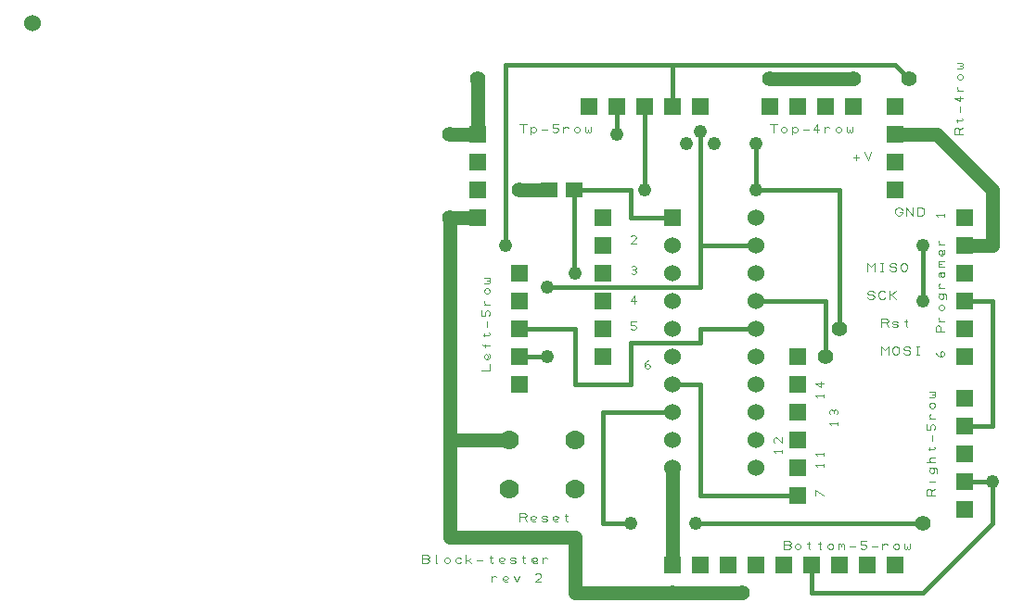
<source format=gbr>
%FSLAX23Y23*%
%MOIN*%
G04 EasyPC Gerber Version 18.0.1 Build 3581 *
%ADD14R,0.06000X0.06000*%
%ADD12R,0.06000X0.06000*%
%ADD11C,0.00100*%
%ADD70C,0.01500*%
%ADD19C,0.04800*%
%ADD18C,0.05000*%
%ADD17C,0.05600*%
%ADD10C,0.06000*%
%ADD13C,0.06000*%
%ADD15R,0.06000X0.05500*%
%ADD16C,0.07000*%
X0Y0D02*
D02*
D10*
X30Y2203D03*
D02*
D11*
X1447Y275D02*
X1452Y272D01*
X1455Y267*
X1452Y262*
X1447Y260*
X1430*
Y289*
X1447*
X1452Y287*
X1455Y282*
X1452Y277*
X1447Y275*
X1430*
X1482Y260D02*
X1479D01*
Y289*
X1509Y267D02*
X1511Y262D01*
X1516Y260*
X1521*
X1526Y262*
X1528Y267*
Y272*
X1526Y277*
X1521Y280*
X1516*
X1511Y277*
X1509Y272*
Y267*
X1568Y277D02*
X1563Y280D01*
X1555*
X1551Y277*
X1548Y272*
Y267*
X1551Y262*
X1555Y260*
X1563*
X1568Y262*
X1587Y260D02*
Y289D01*
Y270D02*
X1595D01*
X1607Y280*
X1595Y270D02*
X1607Y260D01*
X1627Y270D02*
X1647D01*
X1671Y280D02*
X1681D01*
X1676Y284D02*
Y262D01*
X1679Y260*
X1681*
X1683Y262*
X1725D02*
X1723Y260D01*
X1718*
X1713*
X1708Y262*
X1706Y267*
Y275*
X1708Y277*
X1713Y280*
X1718*
X1723Y277*
X1725Y275*
Y272*
X1723Y270*
X1718Y267*
X1713*
X1708Y270*
X1706Y272*
X1745Y262D02*
X1750Y260D01*
X1760*
X1765Y262*
Y267*
X1760Y270*
X1750*
X1745Y272*
Y277*
X1750Y280*
X1760*
X1765Y277*
X1789Y280D02*
X1799D01*
X1794Y284D02*
Y262D01*
X1797Y260*
X1799*
X1802Y262*
X1843D02*
X1841Y260D01*
X1836*
X1831*
X1826Y262*
X1824Y267*
Y275*
X1826Y277*
X1831Y280*
X1836*
X1841Y277*
X1843Y275*
Y272*
X1841Y270*
X1836Y267*
X1831*
X1826Y270*
X1824Y272*
X1863Y260D02*
Y280D01*
Y272D02*
X1866Y277D01*
X1870Y280*
X1875*
X1880Y277*
X1680Y193D02*
Y212D01*
Y205D02*
X1682Y210D01*
X1687Y212*
X1692*
X1697Y210*
X1739Y195D02*
X1737Y193D01*
X1732*
X1727*
X1722Y195*
X1719Y200*
Y207*
X1722Y210*
X1727Y212*
X1732*
X1737Y210*
X1739Y207*
Y205*
X1737Y202*
X1732Y200*
X1727*
X1722Y202*
X1719Y205*
X1759Y212D02*
X1769Y193D01*
X1778Y212*
X1857Y193D02*
X1837D01*
X1855Y210*
X1857Y215*
X1855Y220*
X1850Y222*
X1842*
X1837Y220*
X1643Y953D02*
X1673D01*
Y977*
X1670Y1012D02*
X1673Y1009D01*
Y1004*
Y999*
X1670Y994*
X1665Y992*
X1658*
X1655Y994*
X1653Y999*
Y1004*
X1655Y1009*
X1658Y1012*
X1660*
X1663Y1009*
X1665Y1004*
Y999*
X1663Y994*
X1660Y992*
X1673Y1041D02*
X1648D01*
X1646Y1044*
Y1046*
X1648Y1048*
X1655Y1036D02*
Y1046D01*
X1653Y1076D02*
Y1085D01*
X1648Y1080D02*
X1670D01*
X1673Y1083*
Y1085*
X1670Y1088*
X1663Y1110D02*
Y1130D01*
X1670Y1149D02*
X1673Y1154D01*
Y1162*
X1670Y1167*
X1665Y1169*
X1663*
X1658Y1167*
X1655Y1162*
Y1149*
X1643*
Y1169*
X1673Y1189D02*
X1653D01*
X1660D02*
X1655Y1191D01*
X1653Y1196*
Y1201*
X1655Y1206*
X1665Y1228D02*
X1670Y1231D01*
X1673Y1235*
Y1240*
X1670Y1245*
X1665Y1248*
X1660*
X1655Y1245*
X1653Y1240*
Y1235*
X1655Y1231*
X1660Y1228*
X1665*
X1653Y1267D02*
X1670D01*
X1673Y1270*
Y1275*
X1670Y1277*
X1663*
X1670D02*
X1673Y1280D01*
Y1285*
X1670Y1287*
X1653*
X1780Y410D02*
Y439D01*
X1797*
X1802Y437*
X1805Y432*
X1802Y427*
X1797Y425*
X1780*
X1797D02*
X1805Y410D01*
X1839Y412D02*
X1837Y410D01*
X1832*
X1827*
X1822Y412*
X1819Y417*
Y425*
X1822Y427*
X1827Y430*
X1832*
X1837Y427*
X1839Y425*
Y422*
X1837Y420*
X1832Y417*
X1827*
X1822Y420*
X1819Y422*
X1859Y412D02*
X1864Y410D01*
X1874*
X1878Y412*
Y417*
X1874Y420*
X1864*
X1859Y422*
Y427*
X1864Y430*
X1874*
X1878Y427*
X1918Y412D02*
X1915Y410D01*
X1910*
X1905*
X1901Y412*
X1898Y417*
Y425*
X1901Y427*
X1905Y430*
X1910*
X1915Y427*
X1918Y425*
Y422*
X1915Y420*
X1910Y417*
X1905*
X1901Y420*
X1898Y422*
X1942Y430D02*
X1952D01*
X1947Y434D02*
Y412D01*
X1950Y410*
X1952*
X1955Y412*
X1792Y1810D02*
Y1839D01*
X1780D02*
X1805D01*
X1819Y1830D02*
Y1803D01*
Y1817D02*
X1822Y1812D01*
X1827Y1810*
X1832*
X1837Y1812*
X1839Y1817*
Y1822*
X1837Y1827*
X1832Y1830*
X1827*
X1822Y1827*
X1819Y1822*
Y1817*
X1859Y1820D02*
X1878D01*
X1898Y1812D02*
X1903Y1810D01*
X1910*
X1915Y1812*
X1918Y1817*
Y1820*
X1915Y1825*
X1910Y1827*
X1898*
Y1839*
X1918*
X1937Y1810D02*
Y1830D01*
Y1822D02*
X1940Y1827D01*
X1945Y1830*
X1950*
X1955Y1827*
X1977Y1817D02*
X1979Y1812D01*
X1984Y1810*
X1989*
X1994Y1812*
X1997Y1817*
Y1822*
X1994Y1827*
X1989Y1830*
X1984*
X1979Y1827*
X1977Y1822*
Y1817*
X2016Y1830D02*
Y1812D01*
X2019Y1810*
X2024*
X2026Y1812*
Y1820*
Y1812D02*
X2029Y1810D01*
X2033*
X2036Y1812*
Y1830*
X2180Y1101D02*
X2185Y1098D01*
X2192*
X2197Y1101*
X2200Y1105*
Y1108*
X2197Y1113*
X2192Y1115*
X2180*
Y1128*
X2200*
X2192Y1193D02*
Y1222D01*
X2180Y1202*
X2200*
X2182Y1301D02*
X2187Y1299D01*
X2192*
X2197Y1301*
X2200Y1306*
X2197Y1311*
X2192Y1314*
X2187*
X2192D02*
X2197Y1316D01*
X2200Y1321*
X2197Y1326*
X2192Y1328*
X2187*
X2182Y1326*
X2200Y1410D02*
X2180D01*
X2197Y1427*
X2200Y1432*
X2197Y1437*
X2192Y1439*
X2185*
X2180Y1437*
X2230Y967D02*
X2232Y972D01*
X2237Y975*
X2242*
X2247Y972*
X2250Y967*
X2247Y962*
X2242Y960*
X2237*
X2232Y962*
X2230Y967*
Y975*
X2232Y982*
X2237Y987*
X2242Y989*
X2692Y1810D02*
Y1839D01*
X2680D02*
X2705D01*
X2719Y1817D02*
X2722Y1812D01*
X2727Y1810*
X2732*
X2737Y1812*
X2739Y1817*
Y1822*
X2737Y1827*
X2732Y1830*
X2727*
X2722Y1827*
X2719Y1822*
Y1817*
X2759Y1830D02*
Y1803D01*
Y1817D02*
X2761Y1812D01*
X2766Y1810*
X2771*
X2776Y1812*
X2778Y1817*
Y1822*
X2776Y1827*
X2771Y1830*
X2766*
X2761Y1827*
X2759Y1822*
Y1817*
X2798Y1820D02*
X2818D01*
X2850Y1810D02*
Y1839D01*
X2837Y1820*
X2857*
X2877Y1810D02*
Y1830D01*
Y1822D02*
X2879Y1827D01*
X2884Y1830*
X2889*
X2894Y1827*
X2916Y1817D02*
X2919Y1812D01*
X2924Y1810*
X2929*
X2933Y1812*
X2936Y1817*
Y1822*
X2933Y1827*
X2929Y1830*
X2924*
X2919Y1827*
X2916Y1822*
Y1817*
X2956Y1830D02*
Y1812D01*
X2958Y1810*
X2963*
X2965Y1812*
Y1820*
Y1812D02*
X2968Y1810D01*
X2973*
X2975Y1812*
Y1830*
X2747Y325D02*
X2752Y322D01*
X2755Y317*
X2752Y312*
X2747Y310*
X2730*
Y339*
X2747*
X2752Y337*
X2755Y332*
X2752Y327*
X2747Y325*
X2730*
X2769Y317D02*
X2772Y312D01*
X2777Y310*
X2782*
X2787Y312*
X2789Y317*
Y322*
X2787Y327*
X2782Y330*
X2777*
X2772Y327*
X2769Y322*
Y317*
X2814Y330D02*
X2824D01*
X2819Y334D02*
Y312D01*
X2821Y310*
X2824*
X2826Y312*
X2853Y330D02*
X2863D01*
X2858Y334D02*
Y312D01*
X2860Y310*
X2863*
X2865Y312*
X2887Y317D02*
X2890Y312D01*
X2895Y310*
X2900*
X2905Y312*
X2907Y317*
Y322*
X2905Y327*
X2900Y330*
X2895*
X2890Y327*
X2887Y322*
Y317*
X2927Y310D02*
Y330D01*
Y327D02*
X2929Y330D01*
X2934*
X2937Y327*
Y320*
Y327D02*
X2939Y330D01*
X2944*
X2947Y327*
Y310*
X2966Y320D02*
X2986D01*
X3006Y312D02*
X3011Y310D01*
X3018*
X3023Y312*
X3025Y317*
Y320*
X3023Y325*
X3018Y327*
X3006*
Y339*
X3025*
X3045Y320D02*
X3065D01*
X3084Y310D02*
Y330D01*
Y322D02*
X3087Y327D01*
X3092Y330*
X3097*
X3102Y327*
X3124Y317D02*
X3126Y312D01*
X3131Y310*
X3136*
X3141Y312*
X3143Y317*
Y322*
X3141Y327*
X3136Y330*
X3131*
X3126Y327*
X3124Y322*
Y317*
X3163Y330D02*
Y312D01*
X3166Y310*
X3170*
X3173Y312*
Y320*
Y312D02*
X3175Y310D01*
X3180*
X3183Y312*
Y330*
X2723Y657D02*
Y667D01*
Y662D02*
X2693D01*
X2698Y657*
X2723Y712D02*
Y692D01*
X2705Y709*
X2700Y712*
X2696Y709*
X2693Y704*
Y697*
X2696Y692*
X2873Y502D02*
X2843Y522D01*
Y502*
X2873Y607D02*
Y617D01*
Y612D02*
X2843D01*
X2848Y607*
X2873Y647D02*
Y657D01*
Y652D02*
X2843D01*
X2848Y647*
X2873Y857D02*
Y867D01*
Y862D02*
X2843D01*
X2848Y857*
X2873Y904D02*
X2843D01*
X2863Y892*
Y912*
X2923Y757D02*
Y767D01*
Y762D02*
X2893D01*
X2898Y757*
X2920Y794D02*
X2923Y799D01*
Y804*
X2920Y809*
X2915Y812*
X2910Y809*
X2908Y804*
Y799*
Y804D02*
X2905Y809D01*
X2900Y812*
X2896Y809*
X2893Y804*
Y799*
X2896Y794*
X2980Y1720D02*
X3000D01*
X2990Y1710D02*
Y1730D01*
X3019Y1739D02*
X3032Y1710D01*
X3044Y1739*
X3030Y1217D02*
X3032Y1212D01*
X3037Y1210*
X3047*
X3052Y1212*
X3055Y1217*
X3052Y1222*
X3047Y1225*
X3037*
X3032Y1227*
X3030Y1232*
X3032Y1237*
X3037Y1239*
X3047*
X3052Y1237*
X3055Y1232*
X3094Y1215D02*
X3092Y1212D01*
X3087Y1210*
X3079*
X3074Y1212*
X3072Y1215*
X3069Y1220*
Y1230*
X3072Y1234*
X3074Y1237*
X3079Y1239*
X3087*
X3092Y1237*
X3094Y1234*
X3109Y1210D02*
Y1239D01*
Y1225D02*
X3116D01*
X3133Y1239*
X3116Y1225D02*
X3133Y1210D01*
X3030Y1310D02*
Y1339D01*
X3042Y1325*
X3055Y1339*
Y1310*
X3077D02*
X3087D01*
X3082D02*
Y1339D01*
X3077D02*
X3087D01*
X3109Y1317D02*
X3111Y1312D01*
X3116Y1310*
X3126*
X3131Y1312*
X3133Y1317*
X3131Y1322*
X3126Y1325*
X3116*
X3111Y1327*
X3109Y1332*
X3111Y1337*
X3116Y1339*
X3126*
X3131Y1337*
X3133Y1332*
X3148Y1320D02*
Y1330D01*
X3151Y1334*
X3153Y1337*
X3158Y1339*
X3163*
X3168Y1337*
X3170Y1334*
X3173Y1330*
Y1320*
X3170Y1315*
X3168Y1312*
X3163Y1310*
X3158*
X3153Y1312*
X3151Y1315*
X3148Y1320*
X3080Y1010D02*
Y1039D01*
X3092Y1025*
X3105Y1039*
Y1010*
X3119Y1020D02*
Y1030D01*
X3122Y1034*
X3124Y1037*
X3129Y1039*
X3134*
X3139Y1037*
X3142Y1034*
X3144Y1030*
Y1020*
X3142Y1015*
X3139Y1012*
X3134Y1010*
X3129*
X3124Y1012*
X3122Y1015*
X3119Y1020*
X3159Y1017D02*
X3161Y1012D01*
X3166Y1010*
X3176*
X3181Y1012*
X3183Y1017*
X3181Y1022*
X3176Y1025*
X3166*
X3161Y1027*
X3159Y1032*
X3161Y1037*
X3166Y1039*
X3176*
X3181Y1037*
X3183Y1032*
X3205Y1010D02*
X3215D01*
X3210D02*
Y1039D01*
X3205D02*
X3215D01*
X3080Y1110D02*
Y1139D01*
X3097*
X3102Y1137*
X3105Y1132*
X3102Y1127*
X3097Y1125*
X3080*
X3097D02*
X3105Y1110D01*
X3119Y1112D02*
X3124Y1110D01*
X3134*
X3139Y1112*
Y1117*
X3134Y1120*
X3124*
X3119Y1122*
Y1127*
X3124Y1130*
X3134*
X3139Y1127*
X3164Y1130D02*
X3174D01*
X3169Y1134D02*
Y1112D01*
X3171Y1110*
X3174*
X3176Y1112*
X3147Y1522D02*
X3155D01*
Y1520*
X3152Y1515*
X3150Y1512*
X3145Y1510*
X3140*
X3135Y1512*
X3132Y1515*
X3130Y1520*
Y1530*
X3132Y1534*
X3135Y1537*
X3140Y1539*
X3145*
X3150Y1537*
X3152Y1534*
X3155Y1530*
X3169Y1510D02*
Y1539D01*
X3194Y1510*
Y1539*
X3209Y1510D02*
Y1539D01*
X3224*
X3228Y1537*
X3231Y1534*
X3233Y1530*
Y1520*
X3231Y1515*
X3228Y1512*
X3224Y1510*
X3209*
X3273Y502D02*
X3243D01*
Y520*
X3246Y525*
X3250Y527*
X3255Y525*
X3258Y520*
Y502*
Y520D02*
X3273Y527D01*
Y552D02*
X3253D01*
X3246D02*
X3260Y601*
X3255Y598D01*
X3253Y594*
Y589*
X3255Y584*
X3260Y581*
X3263*
X3268Y584*
X3270Y589*
Y594*
X3268Y598*
X3263Y601*
X3253D02*
X3273D01*
X3278Y598*
X3280Y594*
Y586*
X3278Y581*
X3273Y621D02*
X3243D01*
X3260D02*
X3255Y623D01*
X3253Y628*
Y633*
X3255Y638*
X3260Y640*
X3273*
X3253Y665D02*
Y675D01*
X3248Y670D02*
X3270D01*
X3273Y672*
Y675*
X3270Y677*
X3263Y699D02*
Y719D01*
X3270Y739D02*
X3273Y744D01*
Y751*
X3270Y756*
X3265Y758*
X3263*
X3258Y756*
X3255Y751*
Y739*
X3243*
Y758*
X3273Y778D02*
X3253D01*
X3260D02*
X3255Y781D01*
X3253Y785*
Y790*
X3255Y795*
X3265Y817D02*
X3270Y820D01*
X3273Y825*
Y830*
X3270Y835*
X3265Y837*
X3260*
X3255Y835*
X3253Y830*
Y825*
X3255Y820*
X3260Y817*
X3265*
X3253Y857D02*
X3270D01*
X3273Y859*
Y864*
X3270Y867*
X3263*
X3270D02*
X3273Y869D01*
Y874*
X3270Y877*
X3253*
X3298Y1002D02*
X3293Y1005D01*
X3291Y1010*
Y1015*
X3293Y1020*
X3298Y1022*
X3303Y1020*
X3306Y1015*
Y1010*
X3303Y1005*
X3298Y1002*
X3291*
X3284Y1005*
X3279Y1010*
X3276Y1015*
X3306Y1091D02*
X3276D01*
Y1108*
X3279Y1113*
X3284Y1115*
X3288Y1113*
X3291Y1108*
Y1091*
X3306Y1130D02*
X3286D01*
X3293D02*
X3288Y1133D01*
X3286Y1137*
Y1142*
X3288Y1147*
X3298Y1169D02*
X3303Y1172D01*
X3306Y1177*
Y1182*
X3303Y1187*
X3298Y1189*
X3293*
X3288Y1187*
X3286Y1182*
Y1177*
X3288Y1172*
X3293Y1169*
X3298*
X3293Y1228D02*
X3288Y1226D01*
X3286Y1221*
Y1216*
X3288Y1211*
X3293Y1209*
X3296*
X3301Y1211*
X3303Y1216*
Y1221*
X3301Y1226*
X3296Y1228*
X3286D02*
X3306D01*
X3311Y1226*
X3313Y1221*
Y1214*
X3311Y1209*
X3306Y1248D02*
X3286D01*
X3293D02*
X3288Y1251D01*
X3286Y1256*
Y1260*
X3288Y1265*
Y1288D02*
X3286Y1292D01*
Y1300*
X3288Y1305*
X3293Y1307*
X3301*
X3303Y1305*
X3306Y1300*
Y1295*
X3303Y1290*
X3301Y1288*
X3298*
X3296Y1290*
X3293Y1295*
Y1300*
X3296Y1305*
X3298Y1307*
X3301D02*
X3306D01*
Y1327D02*
X3286D01*
X3288D02*
X3286Y1329D01*
Y1334*
X3288Y1337*
X3296*
X3288D02*
X3286Y1339D01*
Y1344*
X3288Y1347*
X3306*
X3303Y1386D02*
X3306Y1384D01*
Y1379*
Y1374*
X3303Y1369*
X3298Y1366*
X3291*
X3288Y1369*
X3286Y1374*
Y1379*
X3288Y1384*
X3291Y1386*
X3293*
X3296Y1384*
X3298Y1379*
Y1374*
X3296Y1369*
X3293Y1366*
X3306Y1406D02*
X3286D01*
X3293D02*
X3288Y1408D01*
X3286Y1413*
Y1418*
X3288Y1423*
X3306Y1507D02*
Y1517D01*
Y1512D02*
X3276D01*
X3281Y1507*
X3373Y1803D02*
X3343D01*
Y1820*
X3346Y1825*
X3350Y1827*
X3355Y1825*
X3358Y1820*
Y1803*
Y1820D02*
X3373Y1827D01*
X3353Y1847D02*
Y1857D01*
X3348Y1852D02*
X3370D01*
X3373Y1854*
Y1857*
X3370Y1859*
X3363Y1881D02*
Y1901D01*
X3373Y1933D02*
X3343D01*
X3363Y1921*
Y1940*
X3373Y1960D02*
X3353D01*
X3360D02*
X3355Y1962D01*
X3353Y1967*
Y1972*
X3355Y1977*
X3365Y1999D02*
X3370Y2002D01*
X3373Y2007*
Y2012*
X3370Y2017*
X3365Y2019*
X3360*
X3355Y2017*
X3353Y2012*
Y2007*
X3355Y2002*
X3360Y1999*
X3365*
X3353Y2039D02*
X3370D01*
X3373Y2041*
Y2046*
X3370Y2049*
X3363*
X3370D02*
X3373Y2051D01*
Y2056*
X3370Y2058*
X3353*
D02*
D12*
X2330Y1503D03*
D02*
D13*
Y603D03*
Y703D03*
Y803D03*
Y903D03*
Y1002D03*
Y1103D03*
Y1202D03*
Y1303D03*
Y1403D03*
X2630Y603D03*
Y703D03*
Y803D03*
Y903D03*
Y1002D03*
Y1103D03*
Y1202D03*
Y1303D03*
Y1403D03*
Y1503D03*
D02*
D14*
X1630D03*
Y1603D03*
Y1703D03*
Y1803D03*
X1780Y903D03*
Y1002D03*
Y1103D03*
Y1202D03*
Y1303D03*
X2030Y1903D03*
X2080Y1002D03*
Y1103D03*
Y1202D03*
Y1303D03*
Y1403D03*
Y1503D03*
X2130Y1903D03*
X2230D03*
X2330Y253D03*
Y1903D03*
X2430Y253D03*
Y1903D03*
X2530Y253D03*
X2630D03*
X2680Y1903D03*
X2730Y253D03*
X2780Y502D03*
Y603D03*
Y703D03*
Y803D03*
Y903D03*
Y1002D03*
Y1903D03*
X2830Y253D03*
X2880Y1903D03*
X2930Y253D03*
X2980Y1903D03*
X3030Y253D03*
X3130D03*
Y1603D03*
Y1703D03*
Y1803D03*
Y1903D03*
X3380Y453D03*
Y553D03*
Y653D03*
Y753D03*
Y853D03*
Y1002D03*
Y1103D03*
Y1202D03*
Y1303D03*
Y1403D03*
Y1503D03*
D02*
D15*
X1885Y1603D03*
X1975D03*
D02*
D16*
X1744Y525D03*
Y703D03*
X1980Y525D03*
Y703D03*
D02*
D17*
X1530Y1503D03*
Y1803D03*
X1630Y2003D03*
X1780Y1603D03*
X1885D03*
X2330Y153D03*
X2580D03*
X2680Y2003D03*
X2880Y1002D03*
X2930Y1103D03*
X2980Y2003D03*
X3180D03*
X3230Y403D03*
D02*
D18*
X1530Y703D02*
Y1503D01*
X1630*
Y1803D02*
Y2003D01*
Y1803D02*
X1530D01*
X1744Y703D02*
X1530D01*
X1780Y1603D02*
X1885D01*
X2330Y153D02*
X1980D01*
Y353*
X1530*
Y703*
X2330Y153D02*
X2580D01*
X2330Y253D02*
Y603D01*
X2680Y2003D02*
X2980D01*
X3130Y1803D02*
X3280D01*
X3480Y1603*
Y1403*
X3380*
D02*
D19*
X1730D03*
X1880Y1002D03*
Y1252D03*
X1980Y1303D03*
X2130Y1803D03*
X2180Y403D03*
X2230Y1603D03*
X2380Y1768D03*
X2411Y403D03*
X2430Y1811D03*
X2480Y1768D03*
X2630Y1603D03*
Y1768D03*
X3230Y1202D03*
Y1403D03*
X3480Y553D03*
D02*
D70*
X1730Y1403D02*
Y2053D01*
X2330*
X1780Y1002D02*
X1880D01*
Y1252D02*
X2430D01*
Y1403*
X1975Y1603D02*
Y1303D01*
X1980*
X2130Y1803D02*
Y1903D01*
X2180Y403D02*
X2080D01*
Y803*
X2330*
X2230Y1603D02*
Y1903D01*
X2330Y903D02*
X2430D01*
Y502*
X2780*
X2330Y1503D02*
X2180D01*
Y1603*
X1975*
X2330Y2053D02*
X3130D01*
X3180Y2003*
X2330Y2053D02*
Y1903D01*
X2430Y1403D02*
Y1811D01*
Y1403D02*
X2630D01*
Y1103D02*
X2430D01*
Y1053*
X2180*
Y903*
X1980*
Y1103*
X1780*
X2630Y1202D02*
X2880D01*
Y1002*
X2630Y1768D02*
Y1603D01*
X2830Y253D02*
Y153D01*
X3230*
X3480Y403*
Y553*
X2930Y1103D02*
Y1603D01*
X2630*
X3230Y403D02*
X2411D01*
X3230Y1202D02*
Y1403D01*
X3380Y553D02*
X3480D01*
X3380Y1202D02*
X3480D01*
Y753*
X3380*
X0Y0D02*
M02*

</source>
